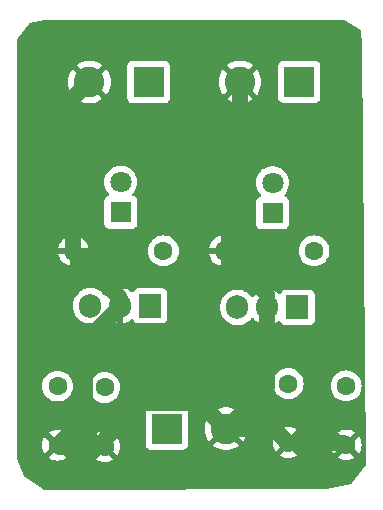
<source format=gbr>
%TF.GenerationSoftware,KiCad,Pcbnew,(7.0.0)*%
%TF.CreationDate,2023-04-15T22:01:32+02:00*%
%TF.ProjectId,incredibly_simple_voltage_regulator,696e6372-6564-4696-926c-795f73696d70,rev?*%
%TF.SameCoordinates,Original*%
%TF.FileFunction,Copper,L2,Bot*%
%TF.FilePolarity,Positive*%
%FSLAX46Y46*%
G04 Gerber Fmt 4.6, Leading zero omitted, Abs format (unit mm)*
G04 Created by KiCad (PCBNEW (7.0.0)) date 2023-04-15 22:01:32*
%MOMM*%
%LPD*%
G01*
G04 APERTURE LIST*
%TA.AperFunction,ComponentPad*%
%ADD10C,1.800000*%
%TD*%
%TA.AperFunction,ComponentPad*%
%ADD11R,1.800000X1.800000*%
%TD*%
%TA.AperFunction,ComponentPad*%
%ADD12C,1.600000*%
%TD*%
%TA.AperFunction,ComponentPad*%
%ADD13O,1.600000X1.600000*%
%TD*%
%TA.AperFunction,ComponentPad*%
%ADD14R,1.905000X2.000000*%
%TD*%
%TA.AperFunction,ComponentPad*%
%ADD15O,1.905000X2.000000*%
%TD*%
%TA.AperFunction,ComponentPad*%
%ADD16R,2.600000X2.600000*%
%TD*%
%TA.AperFunction,ComponentPad*%
%ADD17C,2.600000*%
%TD*%
%TA.AperFunction,Conductor*%
%ADD18C,1.367030*%
%TD*%
G04 APERTURE END LIST*
D10*
%TO.P,D1,2,A*%
%TO.N,/5V OUT*%
X95150000Y-41785000D03*
D11*
%TO.P,D1,1,K*%
%TO.N,Net-(D1-K)*%
X95149999Y-44324999D03*
%TD*%
D12*
%TO.P,C4,1*%
%TO.N,/9V OUT*%
X76950000Y-59000000D03*
%TO.P,C4,2*%
%TO.N,GND*%
X76950000Y-64000000D03*
%TD*%
D13*
%TO.P,R1,2*%
%TO.N,GND*%
X91039999Y-47544999D03*
D12*
%TO.P,R1,1*%
%TO.N,Net-(D1-K)*%
X98660000Y-47545000D03*
%TD*%
D14*
%TO.P,U2,1,VI*%
%TO.N,+12V*%
X84799999Y-52199999D03*
D15*
%TO.P,U2,2,GND*%
%TO.N,GND*%
X82259999Y-52199999D03*
%TO.P,U2,3,VO*%
%TO.N,/9V OUT*%
X79719999Y-52199999D03*
%TD*%
D11*
%TO.P,D2,1,K*%
%TO.N,Net-(D2-K)*%
X82299999Y-44274999D03*
D10*
%TO.P,D2,2,A*%
%TO.N,/9V OUT*%
X82300000Y-41735000D03*
%TD*%
D12*
%TO.P,C3,1*%
%TO.N,+12V*%
X80940000Y-59120000D03*
%TO.P,C3,2*%
%TO.N,GND*%
X80940000Y-64120000D03*
%TD*%
D16*
%TO.P,J2,1,Pin_1*%
%TO.N,/9V OUT*%
X84649999Y-33249999D03*
D17*
%TO.P,J2,2,Pin_2*%
%TO.N,GND*%
X79650000Y-33250000D03*
%TD*%
D12*
%TO.P,C2,2*%
%TO.N,GND*%
X96480000Y-63785000D03*
%TO.P,C2,1*%
%TO.N,/5V OUT*%
X96480000Y-58785000D03*
%TD*%
D16*
%TO.P,J1,1,Pin_1*%
%TO.N,/5V OUT*%
X97399999Y-33244999D03*
D17*
%TO.P,J1,2,Pin_2*%
%TO.N,GND*%
X92400000Y-33245000D03*
%TD*%
D15*
%TO.P,U1,3,VO*%
%TO.N,/5V OUT*%
X92179999Y-52344999D03*
%TO.P,U1,2,GND*%
%TO.N,GND*%
X94719999Y-52344999D03*
D14*
%TO.P,U1,1,VI*%
%TO.N,+12V*%
X97259999Y-52344999D03*
%TD*%
D17*
%TO.P,J3,2,Pin_2*%
%TO.N,GND*%
X91200000Y-62600000D03*
D16*
%TO.P,J3,1,Pin_1*%
%TO.N,+12V*%
X86199999Y-62599999D03*
%TD*%
D12*
%TO.P,C1,2*%
%TO.N,GND*%
X101380000Y-63985000D03*
%TO.P,C1,1*%
%TO.N,+12V*%
X101380000Y-58985000D03*
%TD*%
%TO.P,R2,1*%
%TO.N,Net-(D2-K)*%
X85910000Y-47550000D03*
D13*
%TO.P,R2,2*%
%TO.N,GND*%
X78289999Y-47549999D03*
%TD*%
D18*
%TO.N,GND*%
X78290000Y-34610000D02*
X79650000Y-33250000D01*
X78290000Y-47550000D02*
X78290000Y-34610000D01*
X82260000Y-51520000D02*
X78290000Y-47550000D01*
X82260000Y-52200000D02*
X82260000Y-51520000D01*
X79256485Y-55307532D02*
X82260000Y-52304017D01*
X79256485Y-61693515D02*
X79256485Y-55307532D01*
X82260000Y-52304017D02*
X82260000Y-52200000D01*
X76950000Y-64000000D02*
X79256485Y-61693515D01*
X77070000Y-64120000D02*
X76950000Y-64000000D01*
X80940000Y-64120000D02*
X77070000Y-64120000D01*
X80940000Y-63492970D02*
X80940000Y-64120000D01*
X84016485Y-60416485D02*
X80940000Y-63492970D01*
X89016485Y-60416485D02*
X84016485Y-60416485D01*
X91200000Y-62600000D02*
X89016485Y-60416485D01*
X101180000Y-63785000D02*
X101380000Y-63985000D01*
X96480000Y-63785000D02*
X101180000Y-63785000D01*
X95295000Y-62600000D02*
X96480000Y-63785000D01*
X91200000Y-62600000D02*
X95295000Y-62600000D01*
X94720000Y-59080000D02*
X91200000Y-62600000D01*
X94720000Y-52345000D02*
X94720000Y-59080000D01*
X91040000Y-47545000D02*
X94720000Y-51225000D01*
X94720000Y-51225000D02*
X94720000Y-52345000D01*
X92400000Y-46185000D02*
X91040000Y-47545000D01*
X92400000Y-33245000D02*
X92400000Y-46185000D01*
%TD*%
%TA.AperFunction,Conductor*%
%TO.N,GND*%
G36*
X101166273Y-28019960D02*
G01*
X101229060Y-28037117D01*
X102603928Y-28846971D01*
X102646369Y-28888453D01*
X102664673Y-28944907D01*
X102749833Y-30127687D01*
X102750147Y-30135405D01*
X103089589Y-65587143D01*
X103083174Y-65627714D01*
X103063858Y-65663963D01*
X101848356Y-67243158D01*
X101815550Y-67272841D01*
X101774411Y-67289117D01*
X99681857Y-67707628D01*
X99657902Y-67710035D01*
X75789857Y-67779883D01*
X75751895Y-67774046D01*
X75717540Y-67756872D01*
X74178768Y-66660497D01*
X74136352Y-66607421D01*
X73539644Y-65183021D01*
X73530014Y-65135039D01*
X73530046Y-65078703D01*
X76228217Y-65078703D01*
X76235650Y-65086814D01*
X76293077Y-65127025D01*
X76302427Y-65132423D01*
X76498768Y-65223979D01*
X76508902Y-65227667D01*
X76718162Y-65283739D01*
X76728793Y-65285613D01*
X76944605Y-65304494D01*
X76955395Y-65304494D01*
X77171206Y-65285613D01*
X77181837Y-65283739D01*
X77391097Y-65227667D01*
X77401231Y-65223979D01*
X77455435Y-65198703D01*
X80218217Y-65198703D01*
X80225650Y-65206814D01*
X80283077Y-65247025D01*
X80292427Y-65252423D01*
X80488768Y-65343979D01*
X80498902Y-65347667D01*
X80708162Y-65403739D01*
X80718793Y-65405613D01*
X80934605Y-65424494D01*
X80945395Y-65424494D01*
X81161206Y-65405613D01*
X81171837Y-65403739D01*
X81381097Y-65347667D01*
X81391231Y-65343979D01*
X81587575Y-65252422D01*
X81596920Y-65247026D01*
X81654348Y-65206814D01*
X81661780Y-65198703D01*
X81655867Y-65189421D01*
X81330149Y-64863703D01*
X95758217Y-64863703D01*
X95765650Y-64871814D01*
X95823077Y-64912025D01*
X95832427Y-64917423D01*
X96028768Y-65008979D01*
X96038902Y-65012667D01*
X96248162Y-65068739D01*
X96258793Y-65070613D01*
X96474605Y-65089494D01*
X96485395Y-65089494D01*
X96701206Y-65070613D01*
X96711837Y-65068739D01*
X96730631Y-65063703D01*
X100658217Y-65063703D01*
X100665650Y-65071814D01*
X100723077Y-65112025D01*
X100732427Y-65117423D01*
X100928768Y-65208979D01*
X100938902Y-65212667D01*
X101148162Y-65268739D01*
X101158793Y-65270613D01*
X101374605Y-65289494D01*
X101385395Y-65289494D01*
X101601206Y-65270613D01*
X101611837Y-65268739D01*
X101821097Y-65212667D01*
X101831231Y-65208979D01*
X102027575Y-65117422D01*
X102036920Y-65112026D01*
X102094348Y-65071814D01*
X102101780Y-65063703D01*
X102095867Y-65054421D01*
X101391542Y-64350095D01*
X101380000Y-64343431D01*
X101368457Y-64350095D01*
X100664128Y-65054424D01*
X100658217Y-65063703D01*
X96730631Y-65063703D01*
X96921097Y-65012667D01*
X96931231Y-65008979D01*
X97127575Y-64917422D01*
X97136920Y-64912026D01*
X97194348Y-64871814D01*
X97201780Y-64863703D01*
X97195867Y-64854421D01*
X96491542Y-64150095D01*
X96480000Y-64143431D01*
X96468457Y-64150095D01*
X95764128Y-64854424D01*
X95758217Y-64863703D01*
X81330149Y-64863703D01*
X80951542Y-64485095D01*
X80940000Y-64478431D01*
X80928457Y-64485095D01*
X80224128Y-65189424D01*
X80218217Y-65198703D01*
X77455435Y-65198703D01*
X77597575Y-65132422D01*
X77606920Y-65127026D01*
X77664348Y-65086814D01*
X77671780Y-65078703D01*
X77665867Y-65069421D01*
X76961542Y-64365095D01*
X76950000Y-64358431D01*
X76938457Y-64365095D01*
X76234128Y-65069424D01*
X76228217Y-65078703D01*
X73530046Y-65078703D01*
X73530162Y-64871814D01*
X73530649Y-64005395D01*
X75645506Y-64005395D01*
X75664386Y-64221206D01*
X75666260Y-64231837D01*
X75722332Y-64441097D01*
X75726020Y-64451231D01*
X75817576Y-64647572D01*
X75822974Y-64656922D01*
X75863184Y-64714348D01*
X75871295Y-64721781D01*
X75880574Y-64715870D01*
X76584903Y-64011542D01*
X76591566Y-64000000D01*
X77308431Y-64000000D01*
X77315095Y-64011542D01*
X78019421Y-64715867D01*
X78028703Y-64721780D01*
X78036814Y-64714348D01*
X78077026Y-64656920D01*
X78082422Y-64647575D01*
X78173979Y-64451231D01*
X78177667Y-64441097D01*
X78233739Y-64231837D01*
X78235613Y-64221206D01*
X78243995Y-64125395D01*
X79635506Y-64125395D01*
X79654386Y-64341206D01*
X79656260Y-64351837D01*
X79712332Y-64561097D01*
X79716020Y-64571231D01*
X79807576Y-64767572D01*
X79812974Y-64776922D01*
X79853184Y-64834348D01*
X79861295Y-64841781D01*
X79870574Y-64835870D01*
X80574903Y-64131542D01*
X80581567Y-64120000D01*
X81298431Y-64120000D01*
X81305095Y-64131542D01*
X82009421Y-64835867D01*
X82018703Y-64841780D01*
X82026814Y-64834348D01*
X82067026Y-64776920D01*
X82072422Y-64767575D01*
X82163979Y-64571231D01*
X82167667Y-64561097D01*
X82223739Y-64351837D01*
X82225613Y-64341206D01*
X82244494Y-64125395D01*
X82244494Y-64114605D01*
X82229619Y-63944578D01*
X84399500Y-63944578D01*
X84399501Y-63947872D01*
X84399853Y-63951150D01*
X84399854Y-63951161D01*
X84405079Y-63999768D01*
X84405080Y-63999773D01*
X84405909Y-64007483D01*
X84408619Y-64014749D01*
X84408620Y-64014753D01*
X84420427Y-64046408D01*
X84456204Y-64142331D01*
X84461518Y-64149430D01*
X84461519Y-64149431D01*
X84526497Y-64236231D01*
X84542454Y-64257546D01*
X84657669Y-64343796D01*
X84792517Y-64394091D01*
X84852127Y-64400500D01*
X87547872Y-64400499D01*
X87607483Y-64394091D01*
X87742331Y-64343796D01*
X87857546Y-64257546D01*
X87943796Y-64142331D01*
X87982578Y-64038350D01*
X90118604Y-64038350D01*
X90126150Y-64046408D01*
X90293641Y-64160601D01*
X90301662Y-64165232D01*
X90536362Y-64278258D01*
X90544973Y-64281638D01*
X90793908Y-64358424D01*
X90802924Y-64360482D01*
X91060523Y-64399308D01*
X91069746Y-64400000D01*
X91330254Y-64400000D01*
X91339476Y-64399308D01*
X91597075Y-64360482D01*
X91606091Y-64358424D01*
X91855027Y-64281637D01*
X91863637Y-64278258D01*
X92098340Y-64165231D01*
X92106359Y-64160601D01*
X92273846Y-64046409D01*
X92281394Y-64038350D01*
X92275477Y-64029030D01*
X92036842Y-63790395D01*
X95175506Y-63790395D01*
X95194386Y-64006206D01*
X95196260Y-64016837D01*
X95252332Y-64226097D01*
X95256020Y-64236231D01*
X95347576Y-64432572D01*
X95352974Y-64441922D01*
X95393184Y-64499348D01*
X95401295Y-64506781D01*
X95410574Y-64500870D01*
X96114903Y-63796542D01*
X96121566Y-63785000D01*
X96838431Y-63785000D01*
X96845095Y-63796542D01*
X97549421Y-64500867D01*
X97558703Y-64506780D01*
X97566814Y-64499348D01*
X97607026Y-64441920D01*
X97612422Y-64432575D01*
X97703979Y-64236231D01*
X97707667Y-64226097D01*
X97763739Y-64016837D01*
X97765613Y-64006206D01*
X97766996Y-63990395D01*
X100075506Y-63990395D01*
X100094386Y-64206206D01*
X100096260Y-64216837D01*
X100152332Y-64426097D01*
X100156020Y-64436231D01*
X100247576Y-64632572D01*
X100252974Y-64641922D01*
X100293184Y-64699348D01*
X100301295Y-64706781D01*
X100310574Y-64700870D01*
X101014903Y-63996542D01*
X101021567Y-63985000D01*
X101021566Y-63984999D01*
X101738431Y-63984999D01*
X101745095Y-63996541D01*
X102449421Y-64700867D01*
X102458703Y-64706780D01*
X102466814Y-64699348D01*
X102507026Y-64641920D01*
X102512422Y-64632575D01*
X102603979Y-64436231D01*
X102607667Y-64426097D01*
X102663739Y-64216837D01*
X102665613Y-64206206D01*
X102684494Y-63990395D01*
X102684494Y-63979605D01*
X102665613Y-63763793D01*
X102663739Y-63753162D01*
X102607667Y-63543902D01*
X102603979Y-63533768D01*
X102512423Y-63337427D01*
X102507025Y-63328077D01*
X102466814Y-63270650D01*
X102458703Y-63263217D01*
X102449424Y-63269128D01*
X101745095Y-63973456D01*
X101738431Y-63984999D01*
X101021566Y-63984999D01*
X101014903Y-63973457D01*
X100310574Y-63269128D01*
X100301296Y-63263217D01*
X100293183Y-63270651D01*
X100252971Y-63328081D01*
X100247577Y-63337425D01*
X100156020Y-63533768D01*
X100152332Y-63543902D01*
X100096260Y-63753162D01*
X100094386Y-63763793D01*
X100075506Y-63979605D01*
X100075506Y-63990395D01*
X97766996Y-63990395D01*
X97784494Y-63790395D01*
X97784494Y-63779605D01*
X97765613Y-63563793D01*
X97763739Y-63553162D01*
X97707667Y-63343902D01*
X97703979Y-63333768D01*
X97612423Y-63137427D01*
X97607025Y-63128077D01*
X97566814Y-63070650D01*
X97558703Y-63063217D01*
X97549424Y-63069128D01*
X96845095Y-63773457D01*
X96838431Y-63785000D01*
X96121566Y-63785000D01*
X96121567Y-63784999D01*
X96114903Y-63773457D01*
X95410574Y-63069128D01*
X95401296Y-63063217D01*
X95393183Y-63070651D01*
X95352971Y-63128081D01*
X95347577Y-63137425D01*
X95256020Y-63333768D01*
X95252332Y-63343902D01*
X95196260Y-63553162D01*
X95194386Y-63563793D01*
X95175506Y-63779605D01*
X95175506Y-63790395D01*
X92036842Y-63790395D01*
X91211542Y-62965095D01*
X91200000Y-62958431D01*
X91188457Y-62965095D01*
X90124521Y-64029030D01*
X90118604Y-64038350D01*
X87982578Y-64038350D01*
X87994091Y-64007483D01*
X88000500Y-63947873D01*
X88000500Y-62604630D01*
X89395300Y-62604630D01*
X89414767Y-62864399D01*
X89416146Y-62873552D01*
X89474111Y-63127515D01*
X89476844Y-63136375D01*
X89572011Y-63378856D01*
X89576030Y-63387202D01*
X89706278Y-63612798D01*
X89711496Y-63620450D01*
X89751379Y-63670462D01*
X89762615Y-63678435D01*
X89774674Y-63671771D01*
X90834904Y-62611542D01*
X90841568Y-62599999D01*
X91558431Y-62599999D01*
X91565095Y-62611542D01*
X92625325Y-63671772D01*
X92637382Y-63678436D01*
X92648619Y-63670463D01*
X92688507Y-63620445D01*
X92693719Y-63612800D01*
X92823969Y-63387202D01*
X92827988Y-63378856D01*
X92923155Y-63136375D01*
X92925888Y-63127515D01*
X92983853Y-62873552D01*
X92985232Y-62864399D01*
X92997081Y-62706296D01*
X95758217Y-62706296D01*
X95764128Y-62715574D01*
X96468457Y-63419903D01*
X96480000Y-63426567D01*
X96491542Y-63419903D01*
X97005148Y-62906296D01*
X100658217Y-62906296D01*
X100664128Y-62915574D01*
X101368457Y-63619903D01*
X101380000Y-63626567D01*
X101391542Y-63619903D01*
X102095870Y-62915574D01*
X102101781Y-62906295D01*
X102094348Y-62898184D01*
X102036922Y-62857974D01*
X102027572Y-62852576D01*
X101831231Y-62761020D01*
X101821097Y-62757332D01*
X101611837Y-62701260D01*
X101601206Y-62699386D01*
X101385395Y-62680506D01*
X101374605Y-62680506D01*
X101158793Y-62699386D01*
X101148162Y-62701260D01*
X100938902Y-62757332D01*
X100928768Y-62761020D01*
X100732425Y-62852577D01*
X100723081Y-62857971D01*
X100665651Y-62898183D01*
X100658217Y-62906296D01*
X97005148Y-62906296D01*
X97195870Y-62715574D01*
X97201781Y-62706295D01*
X97194348Y-62698184D01*
X97136922Y-62657974D01*
X97127572Y-62652576D01*
X96931231Y-62561020D01*
X96921097Y-62557332D01*
X96711837Y-62501260D01*
X96701206Y-62499386D01*
X96485395Y-62480506D01*
X96474605Y-62480506D01*
X96258793Y-62499386D01*
X96248162Y-62501260D01*
X96038902Y-62557332D01*
X96028768Y-62561020D01*
X95832425Y-62652577D01*
X95823081Y-62657971D01*
X95765651Y-62698183D01*
X95758217Y-62706296D01*
X92997081Y-62706296D01*
X93004700Y-62604630D01*
X93004700Y-62595370D01*
X92985232Y-62335600D01*
X92983853Y-62326447D01*
X92925888Y-62072484D01*
X92923155Y-62063624D01*
X92827988Y-61821143D01*
X92823969Y-61812797D01*
X92693721Y-61587201D01*
X92688503Y-61579549D01*
X92648619Y-61529536D01*
X92637382Y-61521562D01*
X92625325Y-61528226D01*
X91565095Y-62588457D01*
X91558431Y-62599999D01*
X90841568Y-62599999D01*
X90834904Y-62588457D01*
X89774674Y-61528227D01*
X89762615Y-61521562D01*
X89751380Y-61529534D01*
X89711488Y-61579558D01*
X89706282Y-61587195D01*
X89576030Y-61812797D01*
X89572011Y-61821143D01*
X89476844Y-62063624D01*
X89474111Y-62072484D01*
X89416146Y-62326447D01*
X89414767Y-62335600D01*
X89395300Y-62595370D01*
X89395300Y-62604630D01*
X88000500Y-62604630D01*
X88000499Y-61252128D01*
X87994091Y-61192517D01*
X87982578Y-61161648D01*
X90118603Y-61161648D01*
X90124519Y-61170966D01*
X91188457Y-62234904D01*
X91200000Y-62241568D01*
X91211542Y-62234904D01*
X92275477Y-61170968D01*
X92281394Y-61161648D01*
X92273846Y-61153589D01*
X92106360Y-61039398D01*
X92098340Y-61034768D01*
X91863637Y-60921741D01*
X91855027Y-60918362D01*
X91606091Y-60841575D01*
X91597075Y-60839517D01*
X91339476Y-60800691D01*
X91330254Y-60800000D01*
X91069746Y-60800000D01*
X91060523Y-60800691D01*
X90802924Y-60839517D01*
X90793908Y-60841575D01*
X90544973Y-60918361D01*
X90536362Y-60921741D01*
X90301660Y-61034768D01*
X90293639Y-61039399D01*
X90126151Y-61153590D01*
X90118603Y-61161648D01*
X87982578Y-61161648D01*
X87943796Y-61057669D01*
X87857546Y-60942454D01*
X87742331Y-60856204D01*
X87607483Y-60805909D01*
X87599770Y-60805079D01*
X87599767Y-60805079D01*
X87551180Y-60799855D01*
X87551169Y-60799854D01*
X87547873Y-60799500D01*
X87544550Y-60799500D01*
X84855439Y-60799500D01*
X84855420Y-60799500D01*
X84852128Y-60799501D01*
X84848850Y-60799853D01*
X84848838Y-60799854D01*
X84800231Y-60805079D01*
X84800225Y-60805080D01*
X84792517Y-60805909D01*
X84785252Y-60808618D01*
X84785246Y-60808620D01*
X84665980Y-60853104D01*
X84665978Y-60853104D01*
X84657669Y-60856204D01*
X84650572Y-60861516D01*
X84650568Y-60861519D01*
X84549550Y-60937141D01*
X84549546Y-60937144D01*
X84542454Y-60942454D01*
X84537144Y-60949546D01*
X84537141Y-60949550D01*
X84461519Y-61050568D01*
X84461516Y-61050572D01*
X84456204Y-61057669D01*
X84453104Y-61065978D01*
X84453104Y-61065980D01*
X84408620Y-61185247D01*
X84408619Y-61185250D01*
X84405909Y-61192517D01*
X84405079Y-61200227D01*
X84405079Y-61200232D01*
X84399855Y-61248819D01*
X84399854Y-61248831D01*
X84399500Y-61252127D01*
X84399500Y-61255448D01*
X84399500Y-61255449D01*
X84399500Y-63944560D01*
X84399500Y-63944578D01*
X82229619Y-63944578D01*
X82225613Y-63898793D01*
X82223739Y-63888162D01*
X82167667Y-63678902D01*
X82163979Y-63668768D01*
X82072423Y-63472427D01*
X82067025Y-63463077D01*
X82026814Y-63405650D01*
X82018703Y-63398217D01*
X82009424Y-63404128D01*
X81305095Y-64108457D01*
X81298431Y-64120000D01*
X80581567Y-64120000D01*
X80574903Y-64108457D01*
X79870574Y-63404128D01*
X79861296Y-63398217D01*
X79853183Y-63405651D01*
X79812971Y-63463081D01*
X79807577Y-63472425D01*
X79716020Y-63668768D01*
X79712332Y-63678902D01*
X79656260Y-63888162D01*
X79654386Y-63898793D01*
X79635506Y-64114605D01*
X79635506Y-64125395D01*
X78243995Y-64125395D01*
X78254494Y-64005395D01*
X78254494Y-63994605D01*
X78235613Y-63778793D01*
X78233739Y-63768162D01*
X78177667Y-63558902D01*
X78173979Y-63548768D01*
X78082423Y-63352427D01*
X78077025Y-63343077D01*
X78036814Y-63285650D01*
X78028703Y-63278217D01*
X78019424Y-63284128D01*
X77315095Y-63988457D01*
X77308431Y-64000000D01*
X76591566Y-64000000D01*
X76591567Y-63999999D01*
X76584903Y-63988457D01*
X75880574Y-63284128D01*
X75871296Y-63278217D01*
X75863183Y-63285651D01*
X75822971Y-63343081D01*
X75817577Y-63352425D01*
X75726020Y-63548768D01*
X75722332Y-63558902D01*
X75666260Y-63768162D01*
X75664386Y-63778793D01*
X75645506Y-63994605D01*
X75645506Y-64005395D01*
X73530649Y-64005395D01*
X73531258Y-62921296D01*
X76228217Y-62921296D01*
X76234128Y-62930574D01*
X76938457Y-63634903D01*
X76950000Y-63641567D01*
X76961542Y-63634903D01*
X77555148Y-63041296D01*
X80218217Y-63041296D01*
X80224128Y-63050574D01*
X80928457Y-63754903D01*
X80939999Y-63761567D01*
X80951542Y-63754903D01*
X81655870Y-63050574D01*
X81661781Y-63041295D01*
X81654348Y-63033184D01*
X81596922Y-62992974D01*
X81587572Y-62987576D01*
X81391231Y-62896020D01*
X81381097Y-62892332D01*
X81171837Y-62836260D01*
X81161206Y-62834386D01*
X80945395Y-62815506D01*
X80934605Y-62815506D01*
X80718793Y-62834386D01*
X80708162Y-62836260D01*
X80498902Y-62892332D01*
X80488768Y-62896020D01*
X80292425Y-62987577D01*
X80283081Y-62992971D01*
X80225651Y-63033183D01*
X80218217Y-63041296D01*
X77555148Y-63041296D01*
X77665870Y-62930574D01*
X77671781Y-62921295D01*
X77664348Y-62913184D01*
X77606922Y-62872974D01*
X77597572Y-62867576D01*
X77401231Y-62776020D01*
X77391097Y-62772332D01*
X77181837Y-62716260D01*
X77171206Y-62714386D01*
X76955395Y-62695506D01*
X76944605Y-62695506D01*
X76728793Y-62714386D01*
X76718162Y-62716260D01*
X76508902Y-62772332D01*
X76498768Y-62776020D01*
X76302425Y-62867577D01*
X76293081Y-62872971D01*
X76235651Y-62913183D01*
X76228217Y-62921296D01*
X73531258Y-62921296D01*
X73533462Y-59000000D01*
X75644532Y-59000000D01*
X75645004Y-59005395D01*
X75663509Y-59216916D01*
X75664365Y-59226692D01*
X75665762Y-59231907D01*
X75665764Y-59231916D01*
X75721858Y-59441263D01*
X75721861Y-59441271D01*
X75723261Y-59446496D01*
X75819432Y-59652734D01*
X75949953Y-59839139D01*
X76110861Y-60000047D01*
X76297266Y-60130568D01*
X76503504Y-60226739D01*
X76723308Y-60285635D01*
X76950000Y-60305468D01*
X77176692Y-60285635D01*
X77396496Y-60226739D01*
X77602734Y-60130568D01*
X77789139Y-60000047D01*
X77950047Y-59839139D01*
X78080568Y-59652734D01*
X78176739Y-59446496D01*
X78235635Y-59226692D01*
X78244969Y-59120000D01*
X79634532Y-59120000D01*
X79635004Y-59125395D01*
X79644286Y-59231496D01*
X79654365Y-59346692D01*
X79655762Y-59351907D01*
X79655764Y-59351916D01*
X79711858Y-59561263D01*
X79711861Y-59561271D01*
X79713261Y-59566496D01*
X79715549Y-59571403D01*
X79715550Y-59571405D01*
X79741926Y-59627968D01*
X79809432Y-59772734D01*
X79812539Y-59777171D01*
X79812540Y-59777173D01*
X79820228Y-59788152D01*
X79939953Y-59959139D01*
X80100861Y-60120047D01*
X80287266Y-60250568D01*
X80493504Y-60346739D01*
X80713308Y-60405635D01*
X80940000Y-60425468D01*
X81166692Y-60405635D01*
X81386496Y-60346739D01*
X81592734Y-60250568D01*
X81779139Y-60120047D01*
X81940047Y-59959139D01*
X82070568Y-59772734D01*
X82166739Y-59566496D01*
X82225635Y-59346692D01*
X82245468Y-59120000D01*
X82225635Y-58893308D01*
X82196614Y-58785000D01*
X95174532Y-58785000D01*
X95175004Y-58790395D01*
X95192501Y-58990395D01*
X95194365Y-59011692D01*
X95195762Y-59016907D01*
X95195764Y-59016916D01*
X95251858Y-59226263D01*
X95251861Y-59226271D01*
X95253261Y-59231496D01*
X95349432Y-59437734D01*
X95479953Y-59624139D01*
X95640861Y-59785047D01*
X95827266Y-59915568D01*
X96033504Y-60011739D01*
X96253308Y-60070635D01*
X96480000Y-60090468D01*
X96706692Y-60070635D01*
X96926496Y-60011739D01*
X97132734Y-59915568D01*
X97319139Y-59785047D01*
X97480047Y-59624139D01*
X97610568Y-59437734D01*
X97706739Y-59231496D01*
X97765635Y-59011692D01*
X97767970Y-58985000D01*
X100074532Y-58985000D01*
X100094365Y-59211692D01*
X100095762Y-59216907D01*
X100095764Y-59216916D01*
X100151858Y-59426263D01*
X100151861Y-59426271D01*
X100153261Y-59431496D01*
X100249432Y-59637734D01*
X100379953Y-59824139D01*
X100540861Y-59985047D01*
X100727266Y-60115568D01*
X100933504Y-60211739D01*
X100938734Y-60213140D01*
X100938736Y-60213141D01*
X101086959Y-60252857D01*
X101153308Y-60270635D01*
X101380000Y-60290468D01*
X101606692Y-60270635D01*
X101826496Y-60211739D01*
X102032734Y-60115568D01*
X102219139Y-59985047D01*
X102380047Y-59824139D01*
X102510568Y-59637734D01*
X102606739Y-59431496D01*
X102665635Y-59211692D01*
X102685468Y-58985000D01*
X102665635Y-58758308D01*
X102612160Y-58558736D01*
X102608141Y-58543736D01*
X102608140Y-58543734D01*
X102606739Y-58538504D01*
X102510568Y-58332266D01*
X102380047Y-58145861D01*
X102219139Y-57984953D01*
X102088188Y-57893261D01*
X102037173Y-57857540D01*
X102037171Y-57857539D01*
X102032734Y-57854432D01*
X101863572Y-57775550D01*
X101831405Y-57760550D01*
X101831403Y-57760549D01*
X101826496Y-57758261D01*
X101821271Y-57756861D01*
X101821263Y-57756858D01*
X101611916Y-57700764D01*
X101611907Y-57700762D01*
X101606692Y-57699365D01*
X101601304Y-57698893D01*
X101601301Y-57698893D01*
X101385395Y-57680004D01*
X101380000Y-57679532D01*
X101374605Y-57680004D01*
X101158698Y-57698893D01*
X101158693Y-57698893D01*
X101153308Y-57699365D01*
X101148094Y-57700762D01*
X101148083Y-57700764D01*
X100938736Y-57756858D01*
X100938724Y-57756862D01*
X100933504Y-57758261D01*
X100928599Y-57760547D01*
X100928594Y-57760550D01*
X100732176Y-57852142D01*
X100732172Y-57852144D01*
X100727266Y-57854432D01*
X100722833Y-57857535D01*
X100722826Y-57857540D01*
X100545296Y-57981847D01*
X100545291Y-57981850D01*
X100540861Y-57984953D01*
X100537037Y-57988776D01*
X100537031Y-57988782D01*
X100383782Y-58142031D01*
X100383776Y-58142037D01*
X100379953Y-58145861D01*
X100376850Y-58150291D01*
X100376847Y-58150296D01*
X100252540Y-58327826D01*
X100252535Y-58327833D01*
X100249432Y-58332266D01*
X100247144Y-58337172D01*
X100247142Y-58337176D01*
X100155550Y-58533594D01*
X100155547Y-58533599D01*
X100153261Y-58538504D01*
X100151862Y-58543724D01*
X100151858Y-58543736D01*
X100095764Y-58753083D01*
X100095762Y-58753094D01*
X100094365Y-58758308D01*
X100093893Y-58763693D01*
X100093893Y-58763698D01*
X100083011Y-58888083D01*
X100074532Y-58985000D01*
X97767970Y-58985000D01*
X97785468Y-58785000D01*
X97765635Y-58558308D01*
X97742556Y-58472176D01*
X97708141Y-58343736D01*
X97708140Y-58343734D01*
X97706739Y-58338504D01*
X97610568Y-58132266D01*
X97480047Y-57945861D01*
X97319139Y-57784953D01*
X97196906Y-57699365D01*
X97137173Y-57657540D01*
X97137171Y-57657539D01*
X97132734Y-57654432D01*
X96926496Y-57558261D01*
X96921271Y-57556861D01*
X96921263Y-57556858D01*
X96711916Y-57500764D01*
X96711907Y-57500762D01*
X96706692Y-57499365D01*
X96701304Y-57498893D01*
X96701301Y-57498893D01*
X96485395Y-57480004D01*
X96480000Y-57479532D01*
X96474605Y-57480004D01*
X96258698Y-57498893D01*
X96258693Y-57498893D01*
X96253308Y-57499365D01*
X96248094Y-57500762D01*
X96248083Y-57500764D01*
X96038736Y-57556858D01*
X96038724Y-57556862D01*
X96033504Y-57558261D01*
X96028599Y-57560547D01*
X96028594Y-57560550D01*
X95832176Y-57652142D01*
X95832172Y-57652144D01*
X95827266Y-57654432D01*
X95822833Y-57657535D01*
X95822826Y-57657540D01*
X95645296Y-57781847D01*
X95645291Y-57781850D01*
X95640861Y-57784953D01*
X95637037Y-57788776D01*
X95637031Y-57788782D01*
X95483782Y-57942031D01*
X95483776Y-57942037D01*
X95479953Y-57945861D01*
X95476850Y-57950291D01*
X95476847Y-57950296D01*
X95352540Y-58127826D01*
X95352535Y-58127833D01*
X95349432Y-58132266D01*
X95347144Y-58137172D01*
X95347142Y-58137176D01*
X95255550Y-58333594D01*
X95255547Y-58333599D01*
X95253261Y-58338504D01*
X95251862Y-58343724D01*
X95251858Y-58343736D01*
X95195764Y-58553083D01*
X95195762Y-58553094D01*
X95194365Y-58558308D01*
X95193893Y-58563693D01*
X95193893Y-58563698D01*
X95183829Y-58678736D01*
X95174532Y-58785000D01*
X82196614Y-58785000D01*
X82166739Y-58673504D01*
X82070568Y-58467266D01*
X81940047Y-58280861D01*
X81779139Y-58119953D01*
X81592734Y-57989432D01*
X81386496Y-57893261D01*
X81381271Y-57891861D01*
X81381263Y-57891858D01*
X81171916Y-57835764D01*
X81171907Y-57835762D01*
X81166692Y-57834365D01*
X81161304Y-57833893D01*
X81161301Y-57833893D01*
X80945395Y-57815004D01*
X80940000Y-57814532D01*
X80934605Y-57815004D01*
X80718698Y-57833893D01*
X80718693Y-57833893D01*
X80713308Y-57834365D01*
X80708094Y-57835762D01*
X80708083Y-57835764D01*
X80498736Y-57891858D01*
X80498724Y-57891862D01*
X80493504Y-57893261D01*
X80488599Y-57895547D01*
X80488594Y-57895550D01*
X80292176Y-57987142D01*
X80292172Y-57987144D01*
X80287266Y-57989432D01*
X80282833Y-57992535D01*
X80282826Y-57992540D01*
X80105296Y-58116847D01*
X80105291Y-58116850D01*
X80100861Y-58119953D01*
X80097037Y-58123776D01*
X80097031Y-58123782D01*
X79943782Y-58277031D01*
X79943776Y-58277037D01*
X79939953Y-58280861D01*
X79936850Y-58285291D01*
X79936847Y-58285296D01*
X79812540Y-58462826D01*
X79812535Y-58462833D01*
X79809432Y-58467266D01*
X79807144Y-58472172D01*
X79807142Y-58472176D01*
X79715550Y-58668594D01*
X79715547Y-58668599D01*
X79713261Y-58673504D01*
X79711862Y-58678724D01*
X79711858Y-58678736D01*
X79655764Y-58888083D01*
X79655762Y-58888094D01*
X79654365Y-58893308D01*
X79653893Y-58898693D01*
X79653893Y-58898698D01*
X79635004Y-59114605D01*
X79634532Y-59120000D01*
X78244969Y-59120000D01*
X78255468Y-59000000D01*
X78235635Y-58773308D01*
X78207577Y-58668594D01*
X78178141Y-58558736D01*
X78178140Y-58558734D01*
X78176739Y-58553504D01*
X78080568Y-58347266D01*
X77950047Y-58160861D01*
X77789139Y-57999953D01*
X77602734Y-57869432D01*
X77429781Y-57788782D01*
X77401405Y-57775550D01*
X77401403Y-57775549D01*
X77396496Y-57773261D01*
X77391271Y-57771861D01*
X77391263Y-57771858D01*
X77181916Y-57715764D01*
X77181907Y-57715762D01*
X77176692Y-57714365D01*
X77171304Y-57713893D01*
X77171301Y-57713893D01*
X76955395Y-57695004D01*
X76950000Y-57694532D01*
X76944605Y-57695004D01*
X76728698Y-57713893D01*
X76728693Y-57713893D01*
X76723308Y-57714365D01*
X76718094Y-57715762D01*
X76718083Y-57715764D01*
X76508736Y-57771858D01*
X76508724Y-57771862D01*
X76503504Y-57773261D01*
X76498599Y-57775547D01*
X76498594Y-57775550D01*
X76302176Y-57867142D01*
X76302172Y-57867144D01*
X76297266Y-57869432D01*
X76292833Y-57872535D01*
X76292826Y-57872540D01*
X76115296Y-57996847D01*
X76115291Y-57996850D01*
X76110861Y-57999953D01*
X76107037Y-58003776D01*
X76107031Y-58003782D01*
X75953782Y-58157031D01*
X75953776Y-58157037D01*
X75949953Y-58160861D01*
X75946850Y-58165291D01*
X75946847Y-58165296D01*
X75822540Y-58342826D01*
X75822535Y-58342833D01*
X75819432Y-58347266D01*
X75817144Y-58352172D01*
X75817142Y-58352176D01*
X75725550Y-58548594D01*
X75725547Y-58548599D01*
X75723261Y-58553504D01*
X75721862Y-58558724D01*
X75721858Y-58558736D01*
X75665764Y-58768083D01*
X75665762Y-58768094D01*
X75664365Y-58773308D01*
X75644532Y-59000000D01*
X73533462Y-59000000D01*
X73537223Y-52307600D01*
X78267000Y-52307600D01*
X78267211Y-52310150D01*
X78267212Y-52310166D01*
X78281480Y-52482356D01*
X78281481Y-52482364D01*
X78281905Y-52487476D01*
X78283162Y-52492443D01*
X78283164Y-52492450D01*
X78317327Y-52627356D01*
X78341017Y-52720905D01*
X78343077Y-52725601D01*
X78435685Y-52936727D01*
X78435688Y-52936732D01*
X78437745Y-52941422D01*
X78503597Y-53042216D01*
X78566647Y-53138722D01*
X78566650Y-53138726D01*
X78569449Y-53143010D01*
X78572914Y-53146774D01*
X78572918Y-53146779D01*
X78689150Y-53273040D01*
X78732537Y-53320171D01*
X78736583Y-53323320D01*
X78736584Y-53323321D01*
X78788048Y-53363377D01*
X78922561Y-53468072D01*
X79134336Y-53582679D01*
X79362087Y-53660866D01*
X79599601Y-53700500D01*
X79835266Y-53700500D01*
X79840399Y-53700500D01*
X80077913Y-53660866D01*
X80305664Y-53582679D01*
X80517439Y-53468072D01*
X80707463Y-53320171D01*
X80870551Y-53143010D01*
X80886490Y-53118614D01*
X80931279Y-53077381D01*
X80990297Y-53062435D01*
X81049315Y-53077380D01*
X81094107Y-53118614D01*
X81107039Y-53138409D01*
X81113314Y-53146471D01*
X81269408Y-53316033D01*
X81276918Y-53322946D01*
X81458787Y-53464501D01*
X81467345Y-53470093D01*
X81670031Y-53579780D01*
X81679386Y-53583883D01*
X81897357Y-53658713D01*
X81907268Y-53661224D01*
X81996679Y-53676144D01*
X82007636Y-53675577D01*
X82010000Y-53664860D01*
X82510000Y-53664860D01*
X82512363Y-53675577D01*
X82523320Y-53676144D01*
X82612731Y-53661224D01*
X82622642Y-53658713D01*
X82840613Y-53583883D01*
X82849968Y-53579780D01*
X83052654Y-53470093D01*
X83061211Y-53464502D01*
X83199746Y-53356675D01*
X83252174Y-53332821D01*
X83309724Y-53335228D01*
X83359978Y-53363377D01*
X83392091Y-53411195D01*
X83403704Y-53442331D01*
X83409018Y-53449430D01*
X83409019Y-53449431D01*
X83424799Y-53470511D01*
X83489954Y-53557546D01*
X83605169Y-53643796D01*
X83740017Y-53694091D01*
X83799627Y-53700500D01*
X85800372Y-53700499D01*
X85859983Y-53694091D01*
X85994831Y-53643796D01*
X86110046Y-53557546D01*
X86196296Y-53442331D01*
X86246591Y-53307483D01*
X86253000Y-53247873D01*
X86253000Y-52452600D01*
X90727000Y-52452600D01*
X90727211Y-52455150D01*
X90727212Y-52455166D01*
X90741480Y-52627356D01*
X90741481Y-52627364D01*
X90741905Y-52632476D01*
X90743162Y-52637443D01*
X90743164Y-52637450D01*
X90763039Y-52715934D01*
X90801017Y-52865905D01*
X90803077Y-52870601D01*
X90895685Y-53081727D01*
X90895688Y-53081732D01*
X90897745Y-53086422D01*
X90934716Y-53143010D01*
X91026647Y-53283722D01*
X91026650Y-53283726D01*
X91029449Y-53288010D01*
X91032914Y-53291774D01*
X91032918Y-53291779D01*
X91098829Y-53363377D01*
X91192537Y-53465171D01*
X91196583Y-53468320D01*
X91196584Y-53468321D01*
X91248048Y-53508377D01*
X91382561Y-53613072D01*
X91594336Y-53727679D01*
X91822087Y-53805866D01*
X92059601Y-53845500D01*
X92295266Y-53845500D01*
X92300399Y-53845500D01*
X92537913Y-53805866D01*
X92765664Y-53727679D01*
X92977439Y-53613072D01*
X93167463Y-53465171D01*
X93330551Y-53288010D01*
X93346490Y-53263614D01*
X93391279Y-53222381D01*
X93450297Y-53207435D01*
X93509315Y-53222380D01*
X93554107Y-53263614D01*
X93567039Y-53283409D01*
X93573314Y-53291471D01*
X93729408Y-53461033D01*
X93736918Y-53467946D01*
X93918787Y-53609501D01*
X93927345Y-53615093D01*
X94130031Y-53724780D01*
X94139386Y-53728883D01*
X94357357Y-53803713D01*
X94367268Y-53806224D01*
X94456679Y-53821144D01*
X94467636Y-53820577D01*
X94470000Y-53809860D01*
X94970000Y-53809860D01*
X94972363Y-53820577D01*
X94983320Y-53821144D01*
X95072731Y-53806224D01*
X95082642Y-53803713D01*
X95300613Y-53728883D01*
X95309968Y-53724780D01*
X95512654Y-53615093D01*
X95521211Y-53609502D01*
X95659746Y-53501675D01*
X95712174Y-53477821D01*
X95769724Y-53480228D01*
X95819978Y-53508377D01*
X95852091Y-53556195D01*
X95863704Y-53587331D01*
X95869018Y-53594430D01*
X95869019Y-53594431D01*
X95943624Y-53694091D01*
X95949954Y-53702546D01*
X96065169Y-53788796D01*
X96200017Y-53839091D01*
X96259627Y-53845500D01*
X98260372Y-53845499D01*
X98319983Y-53839091D01*
X98454831Y-53788796D01*
X98570046Y-53702546D01*
X98656296Y-53587331D01*
X98706591Y-53452483D01*
X98713000Y-53392873D01*
X98712999Y-51297128D01*
X98706591Y-51237517D01*
X98656296Y-51102669D01*
X98570046Y-50987454D01*
X98541360Y-50965980D01*
X98461931Y-50906519D01*
X98461930Y-50906518D01*
X98454831Y-50901204D01*
X98319983Y-50850909D01*
X98312270Y-50850079D01*
X98312267Y-50850079D01*
X98263680Y-50844855D01*
X98263669Y-50844854D01*
X98260373Y-50844500D01*
X98257050Y-50844500D01*
X96262939Y-50844500D01*
X96262920Y-50844500D01*
X96259628Y-50844501D01*
X96256350Y-50844853D01*
X96256338Y-50844854D01*
X96207731Y-50850079D01*
X96207725Y-50850080D01*
X96200017Y-50850909D01*
X96192752Y-50853618D01*
X96192746Y-50853620D01*
X96073480Y-50898104D01*
X96073478Y-50898104D01*
X96065169Y-50901204D01*
X96058072Y-50906516D01*
X96058068Y-50906519D01*
X95957050Y-50982141D01*
X95957046Y-50982144D01*
X95949954Y-50987454D01*
X95944644Y-50994546D01*
X95944641Y-50994550D01*
X95869019Y-51095568D01*
X95869016Y-51095572D01*
X95863704Y-51102669D01*
X95860606Y-51110974D01*
X95860601Y-51110984D01*
X95852090Y-51133805D01*
X95819977Y-51181622D01*
X95769724Y-51209771D01*
X95712174Y-51212178D01*
X95659746Y-51188324D01*
X95521212Y-51080498D01*
X95512654Y-51074906D01*
X95309968Y-50965219D01*
X95300613Y-50961116D01*
X95082642Y-50886286D01*
X95072731Y-50883775D01*
X94983320Y-50868855D01*
X94972363Y-50869422D01*
X94970000Y-50880140D01*
X94970000Y-53809860D01*
X94470000Y-53809860D01*
X94470000Y-50880140D01*
X94467636Y-50869422D01*
X94456679Y-50868855D01*
X94367268Y-50883775D01*
X94357357Y-50886286D01*
X94139386Y-50961116D01*
X94130031Y-50965219D01*
X93927345Y-51074906D01*
X93918787Y-51080498D01*
X93736918Y-51222053D01*
X93729408Y-51228966D01*
X93573315Y-51398527D01*
X93567041Y-51406589D01*
X93554105Y-51426389D01*
X93509313Y-51467621D01*
X93450295Y-51482565D01*
X93391278Y-51467618D01*
X93346488Y-51426384D01*
X93333359Y-51406288D01*
X93330551Y-51401990D01*
X93167463Y-51224829D01*
X93148116Y-51209771D01*
X92981485Y-51080077D01*
X92981484Y-51080076D01*
X92977439Y-51076928D01*
X92825218Y-50994550D01*
X92770168Y-50964758D01*
X92770163Y-50964756D01*
X92765664Y-50962321D01*
X92760818Y-50960657D01*
X92760815Y-50960656D01*
X92542766Y-50885800D01*
X92542765Y-50885799D01*
X92537913Y-50884134D01*
X92532863Y-50883291D01*
X92532854Y-50883289D01*
X92305461Y-50845344D01*
X92305452Y-50845343D01*
X92300399Y-50844500D01*
X92059601Y-50844500D01*
X92054548Y-50845343D01*
X92054538Y-50845344D01*
X91827145Y-50883289D01*
X91827133Y-50883291D01*
X91822087Y-50884134D01*
X91817237Y-50885798D01*
X91817233Y-50885800D01*
X91599184Y-50960656D01*
X91599176Y-50960659D01*
X91594336Y-50962321D01*
X91589840Y-50964753D01*
X91589831Y-50964758D01*
X91387069Y-51074488D01*
X91387065Y-51074490D01*
X91382561Y-51076928D01*
X91378521Y-51080072D01*
X91378514Y-51080077D01*
X91196584Y-51221678D01*
X91196576Y-51221685D01*
X91192537Y-51224829D01*
X91189067Y-51228597D01*
X91189063Y-51228602D01*
X91032918Y-51398220D01*
X91032909Y-51398230D01*
X91029449Y-51401990D01*
X91026654Y-51406267D01*
X91026647Y-51406277D01*
X90900547Y-51599289D01*
X90897745Y-51603578D01*
X90895690Y-51608262D01*
X90895685Y-51608272D01*
X90803077Y-51819398D01*
X90801017Y-51824095D01*
X90799759Y-51829060D01*
X90799758Y-51829065D01*
X90743164Y-52052549D01*
X90743162Y-52052558D01*
X90741905Y-52057524D01*
X90741481Y-52062633D01*
X90741480Y-52062643D01*
X90727212Y-52234833D01*
X90727211Y-52234850D01*
X90727000Y-52237400D01*
X90727000Y-52452600D01*
X86253000Y-52452600D01*
X86252999Y-51152128D01*
X86246591Y-51092517D01*
X86196296Y-50957669D01*
X86110046Y-50842454D01*
X85994831Y-50756204D01*
X85859983Y-50705909D01*
X85852270Y-50705079D01*
X85852267Y-50705079D01*
X85803680Y-50699855D01*
X85803669Y-50699854D01*
X85800373Y-50699500D01*
X85797050Y-50699500D01*
X83802939Y-50699500D01*
X83802920Y-50699500D01*
X83799628Y-50699501D01*
X83796350Y-50699853D01*
X83796338Y-50699854D01*
X83747731Y-50705079D01*
X83747725Y-50705080D01*
X83740017Y-50705909D01*
X83732752Y-50708618D01*
X83732746Y-50708620D01*
X83613480Y-50753104D01*
X83613478Y-50753104D01*
X83605169Y-50756204D01*
X83598072Y-50761516D01*
X83598068Y-50761519D01*
X83497050Y-50837141D01*
X83497046Y-50837144D01*
X83489954Y-50842454D01*
X83484644Y-50849546D01*
X83484641Y-50849550D01*
X83409019Y-50950568D01*
X83409016Y-50950572D01*
X83403704Y-50957669D01*
X83400606Y-50965974D01*
X83400601Y-50965984D01*
X83392090Y-50988805D01*
X83359977Y-51036622D01*
X83309724Y-51064771D01*
X83252174Y-51067178D01*
X83199746Y-51043324D01*
X83061212Y-50935498D01*
X83052654Y-50929906D01*
X82849968Y-50820219D01*
X82840613Y-50816116D01*
X82622642Y-50741286D01*
X82612731Y-50738775D01*
X82523320Y-50723855D01*
X82512363Y-50724422D01*
X82510000Y-50735140D01*
X82510000Y-53664860D01*
X82010000Y-53664860D01*
X82010000Y-50735140D01*
X82007636Y-50724422D01*
X81996679Y-50723855D01*
X81907268Y-50738775D01*
X81897357Y-50741286D01*
X81679386Y-50816116D01*
X81670031Y-50820219D01*
X81467345Y-50929906D01*
X81458787Y-50935498D01*
X81276918Y-51077053D01*
X81269408Y-51083966D01*
X81113315Y-51253527D01*
X81107041Y-51261589D01*
X81094105Y-51281389D01*
X81049313Y-51322621D01*
X80990295Y-51337565D01*
X80931278Y-51322618D01*
X80886488Y-51281384D01*
X80873359Y-51261288D01*
X80870551Y-51256990D01*
X80707463Y-51079829D01*
X80688116Y-51064771D01*
X80521485Y-50935077D01*
X80521484Y-50935076D01*
X80517439Y-50931928D01*
X80401938Y-50869422D01*
X80310168Y-50819758D01*
X80310163Y-50819756D01*
X80305664Y-50817321D01*
X80300818Y-50815657D01*
X80300815Y-50815656D01*
X80082766Y-50740800D01*
X80082765Y-50740799D01*
X80077913Y-50739134D01*
X80072863Y-50738291D01*
X80072854Y-50738289D01*
X79845461Y-50700344D01*
X79845452Y-50700343D01*
X79840399Y-50699500D01*
X79599601Y-50699500D01*
X79594548Y-50700343D01*
X79594538Y-50700344D01*
X79367145Y-50738289D01*
X79367133Y-50738291D01*
X79362087Y-50739134D01*
X79357237Y-50740798D01*
X79357233Y-50740800D01*
X79139184Y-50815656D01*
X79139176Y-50815659D01*
X79134336Y-50817321D01*
X79129840Y-50819753D01*
X79129831Y-50819758D01*
X78927069Y-50929488D01*
X78927065Y-50929490D01*
X78922561Y-50931928D01*
X78918521Y-50935072D01*
X78918514Y-50935077D01*
X78736584Y-51076678D01*
X78736576Y-51076685D01*
X78732537Y-51079829D01*
X78729067Y-51083597D01*
X78729063Y-51083602D01*
X78572918Y-51253220D01*
X78572909Y-51253230D01*
X78569449Y-51256990D01*
X78566654Y-51261267D01*
X78566647Y-51261277D01*
X78471711Y-51406589D01*
X78437745Y-51458578D01*
X78435690Y-51463262D01*
X78435685Y-51463272D01*
X78343077Y-51674398D01*
X78341017Y-51679095D01*
X78339759Y-51684060D01*
X78339758Y-51684065D01*
X78283164Y-51907549D01*
X78283162Y-51907558D01*
X78281905Y-51912524D01*
X78281481Y-51917633D01*
X78281480Y-51917643D01*
X78267212Y-52089833D01*
X78267211Y-52089850D01*
X78267000Y-52092400D01*
X78267000Y-52307600D01*
X73537223Y-52307600D01*
X73539754Y-47802551D01*
X77014452Y-47802551D01*
X77014820Y-47813780D01*
X77062330Y-47991092D01*
X77066022Y-48001234D01*
X77157579Y-48197580D01*
X77162967Y-48206912D01*
X77287232Y-48384381D01*
X77294169Y-48392647D01*
X77447352Y-48545830D01*
X77455618Y-48552767D01*
X77633087Y-48677032D01*
X77642419Y-48682420D01*
X77838765Y-48773977D01*
X77848907Y-48777669D01*
X78026219Y-48825179D01*
X78037448Y-48825547D01*
X78040000Y-48814605D01*
X78540000Y-48814605D01*
X78542551Y-48825547D01*
X78553780Y-48825179D01*
X78731092Y-48777669D01*
X78741234Y-48773977D01*
X78937580Y-48682420D01*
X78946912Y-48677032D01*
X79124381Y-48552767D01*
X79132647Y-48545830D01*
X79285830Y-48392647D01*
X79292767Y-48384381D01*
X79417032Y-48206912D01*
X79422420Y-48197580D01*
X79513977Y-48001234D01*
X79517669Y-47991092D01*
X79565179Y-47813780D01*
X79565547Y-47802551D01*
X79554605Y-47800000D01*
X78556326Y-47800000D01*
X78543450Y-47803450D01*
X78540000Y-47816326D01*
X78540000Y-48814605D01*
X78040000Y-48814605D01*
X78040000Y-47816326D01*
X78036549Y-47803450D01*
X78023674Y-47800000D01*
X77025395Y-47800000D01*
X77014452Y-47802551D01*
X73539754Y-47802551D01*
X73539896Y-47550000D01*
X84604532Y-47550000D01*
X84624365Y-47776692D01*
X84625762Y-47781907D01*
X84625764Y-47781916D01*
X84681858Y-47991263D01*
X84681861Y-47991271D01*
X84683261Y-47996496D01*
X84779432Y-48202734D01*
X84909953Y-48389139D01*
X85070861Y-48550047D01*
X85257266Y-48680568D01*
X85463504Y-48776739D01*
X85468734Y-48778140D01*
X85468736Y-48778141D01*
X85644285Y-48825179D01*
X85683308Y-48835635D01*
X85910000Y-48855468D01*
X86136692Y-48835635D01*
X86356496Y-48776739D01*
X86562734Y-48680568D01*
X86749139Y-48550047D01*
X86910047Y-48389139D01*
X87040568Y-48202734D01*
X87136739Y-47996496D01*
X87190046Y-47797551D01*
X89764452Y-47797551D01*
X89764820Y-47808780D01*
X89812330Y-47986092D01*
X89816022Y-47996234D01*
X89907579Y-48192580D01*
X89912967Y-48201912D01*
X90037232Y-48379381D01*
X90044169Y-48387647D01*
X90197352Y-48540830D01*
X90205618Y-48547767D01*
X90383087Y-48672032D01*
X90392419Y-48677420D01*
X90588765Y-48768977D01*
X90598907Y-48772669D01*
X90776219Y-48820179D01*
X90787448Y-48820547D01*
X90790000Y-48809605D01*
X91290000Y-48809605D01*
X91292551Y-48820547D01*
X91303780Y-48820179D01*
X91481092Y-48772669D01*
X91491234Y-48768977D01*
X91687580Y-48677420D01*
X91696912Y-48672032D01*
X91874381Y-48547767D01*
X91882647Y-48540830D01*
X92035830Y-48387647D01*
X92042767Y-48379381D01*
X92167032Y-48201912D01*
X92172420Y-48192580D01*
X92263977Y-47996234D01*
X92267669Y-47986092D01*
X92315179Y-47808780D01*
X92315547Y-47797551D01*
X92304605Y-47795000D01*
X91306326Y-47795000D01*
X91293450Y-47798450D01*
X91290000Y-47811326D01*
X91290000Y-48809605D01*
X90790000Y-48809605D01*
X90790000Y-47811326D01*
X90786549Y-47798450D01*
X90773674Y-47795000D01*
X89775395Y-47795000D01*
X89764452Y-47797551D01*
X87190046Y-47797551D01*
X87195635Y-47776692D01*
X87215468Y-47550000D01*
X87215031Y-47545000D01*
X97354532Y-47545000D01*
X97374365Y-47771692D01*
X97375762Y-47776907D01*
X97375764Y-47776916D01*
X97431858Y-47986263D01*
X97431861Y-47986271D01*
X97433261Y-47991496D01*
X97435549Y-47996403D01*
X97435550Y-47996405D01*
X97437802Y-48001234D01*
X97529432Y-48197734D01*
X97659953Y-48384139D01*
X97820861Y-48545047D01*
X98007266Y-48675568D01*
X98213504Y-48771739D01*
X98218734Y-48773140D01*
X98218736Y-48773141D01*
X98373483Y-48814605D01*
X98433308Y-48830635D01*
X98660000Y-48850468D01*
X98886692Y-48830635D01*
X99106496Y-48771739D01*
X99312734Y-48675568D01*
X99499139Y-48545047D01*
X99660047Y-48384139D01*
X99790568Y-48197734D01*
X99886739Y-47991496D01*
X99945635Y-47771692D01*
X99965468Y-47545000D01*
X99945635Y-47318308D01*
X99935015Y-47278674D01*
X99888141Y-47103736D01*
X99888140Y-47103734D01*
X99886739Y-47098504D01*
X99790568Y-46892266D01*
X99660047Y-46705861D01*
X99499139Y-46544953D01*
X99437224Y-46501600D01*
X99317173Y-46417540D01*
X99317171Y-46417539D01*
X99312734Y-46414432D01*
X99248145Y-46384313D01*
X99111405Y-46320550D01*
X99111403Y-46320549D01*
X99106496Y-46318261D01*
X99101271Y-46316861D01*
X99101263Y-46316858D01*
X98891916Y-46260764D01*
X98891907Y-46260762D01*
X98886692Y-46259365D01*
X98881304Y-46258893D01*
X98881301Y-46258893D01*
X98665395Y-46240004D01*
X98660000Y-46239532D01*
X98654605Y-46240004D01*
X98438698Y-46258893D01*
X98438693Y-46258893D01*
X98433308Y-46259365D01*
X98428094Y-46260762D01*
X98428083Y-46260764D01*
X98218736Y-46316858D01*
X98218724Y-46316862D01*
X98213504Y-46318261D01*
X98208599Y-46320547D01*
X98208594Y-46320550D01*
X98012176Y-46412142D01*
X98012172Y-46412144D01*
X98007266Y-46414432D01*
X98002833Y-46417535D01*
X98002826Y-46417540D01*
X97825296Y-46541847D01*
X97825291Y-46541850D01*
X97820861Y-46544953D01*
X97817037Y-46548776D01*
X97817031Y-46548782D01*
X97663782Y-46702031D01*
X97663776Y-46702037D01*
X97659953Y-46705861D01*
X97656850Y-46710291D01*
X97656847Y-46710296D01*
X97532540Y-46887826D01*
X97532535Y-46887833D01*
X97529432Y-46892266D01*
X97527144Y-46897172D01*
X97527142Y-46897176D01*
X97435550Y-47093594D01*
X97435547Y-47093599D01*
X97433261Y-47098504D01*
X97431862Y-47103724D01*
X97431858Y-47103736D01*
X97375764Y-47313083D01*
X97375762Y-47313094D01*
X97374365Y-47318308D01*
X97354532Y-47545000D01*
X87215031Y-47545000D01*
X87195635Y-47323308D01*
X87187366Y-47292448D01*
X89764452Y-47292448D01*
X89775395Y-47295000D01*
X90773674Y-47295000D01*
X90786549Y-47291549D01*
X90790000Y-47278674D01*
X91290000Y-47278674D01*
X91293450Y-47291549D01*
X91306326Y-47295000D01*
X92304605Y-47295000D01*
X92315547Y-47292448D01*
X92315179Y-47281219D01*
X92267669Y-47103907D01*
X92263977Y-47093765D01*
X92172420Y-46897419D01*
X92167032Y-46888087D01*
X92042767Y-46710618D01*
X92035830Y-46702352D01*
X91882647Y-46549169D01*
X91874381Y-46542232D01*
X91696912Y-46417967D01*
X91687580Y-46412579D01*
X91491234Y-46321022D01*
X91481092Y-46317330D01*
X91303780Y-46269820D01*
X91292551Y-46269452D01*
X91290000Y-46280395D01*
X91290000Y-47278674D01*
X90790000Y-47278674D01*
X90790000Y-46280395D01*
X90787448Y-46269452D01*
X90776219Y-46269820D01*
X90598907Y-46317330D01*
X90588765Y-46321022D01*
X90392419Y-46412579D01*
X90383087Y-46417967D01*
X90205618Y-46542232D01*
X90197352Y-46549169D01*
X90044169Y-46702352D01*
X90037232Y-46710618D01*
X89912967Y-46888087D01*
X89907579Y-46897419D01*
X89816022Y-47093765D01*
X89812330Y-47103907D01*
X89764820Y-47281219D01*
X89764452Y-47292448D01*
X87187366Y-47292448D01*
X87136739Y-47103504D01*
X87040568Y-46897266D01*
X86910047Y-46710861D01*
X86749139Y-46549953D01*
X86562734Y-46419432D01*
X86356496Y-46323261D01*
X86351271Y-46321861D01*
X86351263Y-46321858D01*
X86141916Y-46265764D01*
X86141907Y-46265762D01*
X86136692Y-46264365D01*
X86131304Y-46263893D01*
X86131301Y-46263893D01*
X85915395Y-46245004D01*
X85910000Y-46244532D01*
X85904605Y-46245004D01*
X85688698Y-46263893D01*
X85688693Y-46263893D01*
X85683308Y-46264365D01*
X85678094Y-46265762D01*
X85678083Y-46265764D01*
X85468736Y-46321858D01*
X85468724Y-46321862D01*
X85463504Y-46323261D01*
X85458599Y-46325547D01*
X85458594Y-46325550D01*
X85262176Y-46417142D01*
X85262172Y-46417144D01*
X85257266Y-46419432D01*
X85252833Y-46422535D01*
X85252826Y-46422540D01*
X85075296Y-46546847D01*
X85075291Y-46546850D01*
X85070861Y-46549953D01*
X85067037Y-46553776D01*
X85067031Y-46553782D01*
X84913782Y-46707031D01*
X84913776Y-46707037D01*
X84909953Y-46710861D01*
X84906850Y-46715291D01*
X84906847Y-46715296D01*
X84782540Y-46892826D01*
X84782535Y-46892833D01*
X84779432Y-46897266D01*
X84777144Y-46902172D01*
X84777142Y-46902176D01*
X84685550Y-47098594D01*
X84685547Y-47098599D01*
X84683261Y-47103504D01*
X84681862Y-47108724D01*
X84681858Y-47108736D01*
X84625764Y-47318083D01*
X84625762Y-47318094D01*
X84624365Y-47323308D01*
X84604532Y-47550000D01*
X73539896Y-47550000D01*
X73540038Y-47297448D01*
X77014452Y-47297448D01*
X77025395Y-47300000D01*
X78023674Y-47300000D01*
X78036549Y-47296549D01*
X78040000Y-47283674D01*
X78540000Y-47283674D01*
X78543450Y-47296549D01*
X78556326Y-47300000D01*
X79554605Y-47300000D01*
X79565547Y-47297448D01*
X79565179Y-47286219D01*
X79517669Y-47108907D01*
X79513977Y-47098765D01*
X79422420Y-46902419D01*
X79417032Y-46893087D01*
X79292767Y-46715618D01*
X79285830Y-46707352D01*
X79132647Y-46554169D01*
X79124381Y-46547232D01*
X78946912Y-46422967D01*
X78937580Y-46417579D01*
X78741234Y-46326022D01*
X78731092Y-46322330D01*
X78553780Y-46274820D01*
X78542551Y-46274452D01*
X78540000Y-46285395D01*
X78540000Y-47283674D01*
X78040000Y-47283674D01*
X78040000Y-46285395D01*
X78037448Y-46274452D01*
X78026219Y-46274820D01*
X77848907Y-46322330D01*
X77838765Y-46326022D01*
X77642419Y-46417579D01*
X77633087Y-46422967D01*
X77455618Y-46547232D01*
X77447352Y-46554169D01*
X77294169Y-46707352D01*
X77287232Y-46715618D01*
X77162967Y-46893087D01*
X77157579Y-46902419D01*
X77066022Y-47098765D01*
X77062330Y-47108907D01*
X77014820Y-47286219D01*
X77014452Y-47297448D01*
X73540038Y-47297448D01*
X73543164Y-41735000D01*
X80894700Y-41735000D01*
X80895124Y-41740117D01*
X80913441Y-41961186D01*
X80913442Y-41961195D01*
X80913866Y-41966305D01*
X80915123Y-41971272D01*
X80915125Y-41971279D01*
X80927787Y-42021279D01*
X80970843Y-42191300D01*
X80972903Y-42195996D01*
X81062016Y-42399154D01*
X81062019Y-42399159D01*
X81064076Y-42403849D01*
X81093675Y-42449154D01*
X81188219Y-42593865D01*
X81188222Y-42593869D01*
X81191021Y-42598153D01*
X81194491Y-42601922D01*
X81285801Y-42701112D01*
X81314574Y-42753865D01*
X81315167Y-42813951D01*
X81287440Y-42867261D01*
X81237906Y-42901276D01*
X81165982Y-42928102D01*
X81165973Y-42928106D01*
X81157669Y-42931204D01*
X81150572Y-42936516D01*
X81150568Y-42936519D01*
X81049550Y-43012141D01*
X81049546Y-43012144D01*
X81042454Y-43017454D01*
X81037144Y-43024546D01*
X81037141Y-43024550D01*
X80961519Y-43125568D01*
X80961516Y-43125572D01*
X80956204Y-43132669D01*
X80953104Y-43140978D01*
X80953104Y-43140980D01*
X80908620Y-43260247D01*
X80908619Y-43260250D01*
X80905909Y-43267517D01*
X80905079Y-43275227D01*
X80905079Y-43275232D01*
X80899855Y-43323819D01*
X80899854Y-43323831D01*
X80899500Y-43327127D01*
X80899500Y-43330448D01*
X80899500Y-43330449D01*
X80899500Y-45219560D01*
X80899500Y-45219578D01*
X80899501Y-45222872D01*
X80899853Y-45226150D01*
X80899854Y-45226161D01*
X80905079Y-45274768D01*
X80905080Y-45274773D01*
X80905909Y-45282483D01*
X80908619Y-45289749D01*
X80908620Y-45289753D01*
X80927269Y-45339752D01*
X80956204Y-45417331D01*
X81042454Y-45532546D01*
X81157669Y-45618796D01*
X81292517Y-45669091D01*
X81352127Y-45675500D01*
X83247872Y-45675499D01*
X83307483Y-45669091D01*
X83442331Y-45618796D01*
X83557546Y-45532546D01*
X83643796Y-45417331D01*
X83694091Y-45282483D01*
X83700500Y-45222873D01*
X83700499Y-43327128D01*
X83694091Y-43267517D01*
X83643796Y-43132669D01*
X83557546Y-43017454D01*
X83442331Y-42931204D01*
X83403083Y-42916565D01*
X83362094Y-42901277D01*
X83312559Y-42867261D01*
X83284832Y-42813951D01*
X83285425Y-42753865D01*
X83314196Y-42701114D01*
X83408979Y-42598153D01*
X83535924Y-42403849D01*
X83629157Y-42191300D01*
X83686134Y-41966305D01*
X83701157Y-41785000D01*
X93744700Y-41785000D01*
X93745124Y-41790117D01*
X93763441Y-42011186D01*
X93763442Y-42011195D01*
X93763866Y-42016305D01*
X93765123Y-42021272D01*
X93765125Y-42021279D01*
X93806922Y-42186329D01*
X93820843Y-42241300D01*
X93822903Y-42245996D01*
X93912016Y-42449154D01*
X93912019Y-42449159D01*
X93914076Y-42453849D01*
X93977548Y-42551000D01*
X94038219Y-42643865D01*
X94038222Y-42643869D01*
X94041021Y-42648153D01*
X94044491Y-42651922D01*
X94135801Y-42751112D01*
X94164574Y-42803865D01*
X94165167Y-42863951D01*
X94137440Y-42917261D01*
X94087906Y-42951276D01*
X94015982Y-42978102D01*
X94015973Y-42978106D01*
X94007669Y-42981204D01*
X94000572Y-42986516D01*
X94000568Y-42986519D01*
X93899550Y-43062141D01*
X93899546Y-43062144D01*
X93892454Y-43067454D01*
X93887144Y-43074546D01*
X93887141Y-43074550D01*
X93811519Y-43175568D01*
X93811516Y-43175572D01*
X93806204Y-43182669D01*
X93803104Y-43190978D01*
X93803104Y-43190980D01*
X93758620Y-43310247D01*
X93758619Y-43310250D01*
X93755909Y-43317517D01*
X93755079Y-43325227D01*
X93755079Y-43325232D01*
X93749855Y-43373819D01*
X93749854Y-43373831D01*
X93749500Y-43377127D01*
X93749500Y-43380448D01*
X93749500Y-43380449D01*
X93749500Y-45269560D01*
X93749500Y-45269578D01*
X93749501Y-45272872D01*
X93749853Y-45276150D01*
X93749854Y-45276161D01*
X93755079Y-45324768D01*
X93755080Y-45324773D01*
X93755909Y-45332483D01*
X93758619Y-45339749D01*
X93758620Y-45339753D01*
X93784455Y-45409019D01*
X93806204Y-45467331D01*
X93811518Y-45474430D01*
X93811519Y-45474431D01*
X93859000Y-45537858D01*
X93892454Y-45582546D01*
X94007669Y-45668796D01*
X94142517Y-45719091D01*
X94202127Y-45725500D01*
X96097872Y-45725499D01*
X96157483Y-45719091D01*
X96292331Y-45668796D01*
X96407546Y-45582546D01*
X96493796Y-45467331D01*
X96544091Y-45332483D01*
X96550500Y-45272873D01*
X96550499Y-43377128D01*
X96544091Y-43317517D01*
X96493796Y-43182669D01*
X96407546Y-43067454D01*
X96333657Y-43012141D01*
X96299431Y-42986519D01*
X96299430Y-42986518D01*
X96292331Y-42981204D01*
X96253083Y-42966565D01*
X96212094Y-42951277D01*
X96162559Y-42917261D01*
X96134832Y-42863951D01*
X96135425Y-42803865D01*
X96164196Y-42751114D01*
X96258979Y-42648153D01*
X96385924Y-42453849D01*
X96479157Y-42241300D01*
X96536134Y-42016305D01*
X96555300Y-41785000D01*
X96536134Y-41553695D01*
X96479157Y-41328700D01*
X96385924Y-41116151D01*
X96258979Y-40921847D01*
X96101784Y-40751087D01*
X96042391Y-40704860D01*
X95922672Y-40611679D01*
X95922671Y-40611678D01*
X95918626Y-40608530D01*
X95821726Y-40556090D01*
X95719007Y-40500501D01*
X95719002Y-40500499D01*
X95714503Y-40498064D01*
X95709657Y-40496400D01*
X95709654Y-40496399D01*
X95499834Y-40424368D01*
X95499833Y-40424367D01*
X95494981Y-40422702D01*
X95489931Y-40421859D01*
X95489922Y-40421857D01*
X95271111Y-40385344D01*
X95271102Y-40385343D01*
X95266049Y-40384500D01*
X95033951Y-40384500D01*
X95028898Y-40385343D01*
X95028888Y-40385344D01*
X94810077Y-40421857D01*
X94810065Y-40421859D01*
X94805019Y-40422702D01*
X94800169Y-40424366D01*
X94800165Y-40424368D01*
X94590345Y-40496399D01*
X94590337Y-40496402D01*
X94585497Y-40498064D01*
X94581001Y-40500496D01*
X94580992Y-40500501D01*
X94385882Y-40606090D01*
X94385878Y-40606092D01*
X94381374Y-40608530D01*
X94377334Y-40611674D01*
X94377327Y-40611679D01*
X94202263Y-40747936D01*
X94202255Y-40747943D01*
X94198216Y-40751087D01*
X94194746Y-40754855D01*
X94194742Y-40754860D01*
X94044491Y-40918077D01*
X94044488Y-40918080D01*
X94041021Y-40921847D01*
X94038226Y-40926124D01*
X94038219Y-40926134D01*
X93916878Y-41111862D01*
X93914076Y-41116151D01*
X93912021Y-41120835D01*
X93912016Y-41120845D01*
X93844835Y-41274003D01*
X93820843Y-41328700D01*
X93819585Y-41333665D01*
X93819584Y-41333670D01*
X93765125Y-41548720D01*
X93765123Y-41548729D01*
X93763866Y-41553695D01*
X93763442Y-41558802D01*
X93763441Y-41558813D01*
X93749267Y-41729883D01*
X93744700Y-41785000D01*
X83701157Y-41785000D01*
X83705300Y-41735000D01*
X83686134Y-41503695D01*
X83629157Y-41278700D01*
X83535924Y-41066151D01*
X83408979Y-40871847D01*
X83251784Y-40701087D01*
X83132866Y-40608530D01*
X83072672Y-40561679D01*
X83072671Y-40561678D01*
X83068626Y-40558530D01*
X82953818Y-40496399D01*
X82869007Y-40450501D01*
X82869002Y-40450499D01*
X82864503Y-40448064D01*
X82859657Y-40446400D01*
X82859654Y-40446399D01*
X82649834Y-40374368D01*
X82649833Y-40374367D01*
X82644981Y-40372702D01*
X82639931Y-40371859D01*
X82639922Y-40371857D01*
X82421111Y-40335344D01*
X82421102Y-40335343D01*
X82416049Y-40334500D01*
X82183951Y-40334500D01*
X82178898Y-40335343D01*
X82178888Y-40335344D01*
X81960077Y-40371857D01*
X81960065Y-40371859D01*
X81955019Y-40372702D01*
X81950169Y-40374366D01*
X81950165Y-40374368D01*
X81740345Y-40446399D01*
X81740337Y-40446402D01*
X81735497Y-40448064D01*
X81731001Y-40450496D01*
X81730992Y-40450501D01*
X81535882Y-40556090D01*
X81535878Y-40556092D01*
X81531374Y-40558530D01*
X81527334Y-40561674D01*
X81527327Y-40561679D01*
X81352263Y-40697936D01*
X81352255Y-40697943D01*
X81348216Y-40701087D01*
X81344746Y-40704855D01*
X81344742Y-40704860D01*
X81194491Y-40868077D01*
X81194488Y-40868080D01*
X81191021Y-40871847D01*
X81188226Y-40876124D01*
X81188219Y-40876134D01*
X81066878Y-41061862D01*
X81064076Y-41066151D01*
X81062021Y-41070835D01*
X81062016Y-41070845D01*
X80972903Y-41274003D01*
X80970843Y-41278700D01*
X80969585Y-41283665D01*
X80969584Y-41283670D01*
X80915125Y-41498720D01*
X80915123Y-41498729D01*
X80913866Y-41503695D01*
X80913442Y-41508802D01*
X80913441Y-41508813D01*
X80895200Y-41728955D01*
X80894700Y-41735000D01*
X73543164Y-41735000D01*
X73547123Y-34688350D01*
X78568604Y-34688350D01*
X78576150Y-34696408D01*
X78743641Y-34810601D01*
X78751662Y-34815232D01*
X78986362Y-34928258D01*
X78994973Y-34931638D01*
X79243908Y-35008424D01*
X79252924Y-35010482D01*
X79510523Y-35049308D01*
X79519746Y-35050000D01*
X79780254Y-35050000D01*
X79789476Y-35049308D01*
X80047075Y-35010482D01*
X80056091Y-35008424D01*
X80305027Y-34931637D01*
X80313637Y-34928258D01*
X80548340Y-34815231D01*
X80556359Y-34810601D01*
X80723846Y-34696409D01*
X80731394Y-34688350D01*
X80725477Y-34679030D01*
X80641025Y-34594578D01*
X82849500Y-34594578D01*
X82849501Y-34597872D01*
X82849853Y-34601150D01*
X82849854Y-34601161D01*
X82855079Y-34649768D01*
X82855080Y-34649773D01*
X82855909Y-34657483D01*
X82858619Y-34664749D01*
X82858620Y-34664753D01*
X82870427Y-34696408D01*
X82906204Y-34792331D01*
X82992454Y-34907546D01*
X83107669Y-34993796D01*
X83242517Y-35044091D01*
X83302127Y-35050500D01*
X85997872Y-35050499D01*
X86057483Y-35044091D01*
X86192331Y-34993796D01*
X86307546Y-34907546D01*
X86393796Y-34792331D01*
X86434443Y-34683350D01*
X91318604Y-34683350D01*
X91326150Y-34691408D01*
X91493641Y-34805601D01*
X91501662Y-34810232D01*
X91736362Y-34923258D01*
X91744973Y-34926638D01*
X91993908Y-35003424D01*
X92002924Y-35005482D01*
X92260523Y-35044308D01*
X92269746Y-35045000D01*
X92530254Y-35045000D01*
X92539476Y-35044308D01*
X92797075Y-35005482D01*
X92806091Y-35003424D01*
X93055027Y-34926637D01*
X93063637Y-34923258D01*
X93298340Y-34810231D01*
X93306359Y-34805601D01*
X93473846Y-34691409D01*
X93481394Y-34683350D01*
X93475477Y-34674030D01*
X93391025Y-34589578D01*
X95599500Y-34589578D01*
X95599501Y-34592872D01*
X95599853Y-34596150D01*
X95599854Y-34596161D01*
X95605079Y-34644768D01*
X95605080Y-34644773D01*
X95605909Y-34652483D01*
X95608619Y-34659749D01*
X95608620Y-34659753D01*
X95620427Y-34691408D01*
X95656204Y-34787331D01*
X95742454Y-34902546D01*
X95857669Y-34988796D01*
X95992517Y-35039091D01*
X96052127Y-35045500D01*
X98747872Y-35045499D01*
X98807483Y-35039091D01*
X98942331Y-34988796D01*
X99057546Y-34902546D01*
X99143796Y-34787331D01*
X99194091Y-34652483D01*
X99200500Y-34592873D01*
X99200499Y-31897128D01*
X99194091Y-31837517D01*
X99143796Y-31702669D01*
X99057546Y-31587454D01*
X99032042Y-31568362D01*
X98949431Y-31506519D01*
X98949430Y-31506518D01*
X98942331Y-31501204D01*
X98871965Y-31474959D01*
X98814752Y-31453620D01*
X98814750Y-31453619D01*
X98807483Y-31450909D01*
X98799770Y-31450079D01*
X98799767Y-31450079D01*
X98751180Y-31444855D01*
X98751169Y-31444854D01*
X98747873Y-31444500D01*
X98744550Y-31444500D01*
X96055439Y-31444500D01*
X96055420Y-31444500D01*
X96052128Y-31444501D01*
X96048850Y-31444853D01*
X96048838Y-31444854D01*
X96000231Y-31450079D01*
X96000225Y-31450080D01*
X95992517Y-31450909D01*
X95985252Y-31453618D01*
X95985246Y-31453620D01*
X95865980Y-31498104D01*
X95865978Y-31498104D01*
X95857669Y-31501204D01*
X95850572Y-31506516D01*
X95850568Y-31506519D01*
X95749550Y-31582141D01*
X95749546Y-31582144D01*
X95742454Y-31587454D01*
X95737144Y-31594546D01*
X95737141Y-31594550D01*
X95661519Y-31695568D01*
X95661516Y-31695572D01*
X95656204Y-31702669D01*
X95653104Y-31710978D01*
X95653104Y-31710980D01*
X95608620Y-31830247D01*
X95608619Y-31830250D01*
X95605909Y-31837517D01*
X95605079Y-31845227D01*
X95605079Y-31845232D01*
X95599855Y-31893819D01*
X95599854Y-31893831D01*
X95599500Y-31897127D01*
X95599500Y-31900448D01*
X95599500Y-31900449D01*
X95599500Y-34589560D01*
X95599500Y-34589578D01*
X93391025Y-34589578D01*
X92411542Y-33610095D01*
X92399999Y-33603431D01*
X92388457Y-33610095D01*
X91324521Y-34674030D01*
X91318604Y-34683350D01*
X86434443Y-34683350D01*
X86444091Y-34657483D01*
X86450500Y-34597873D01*
X86450499Y-33249630D01*
X90595300Y-33249630D01*
X90614767Y-33509399D01*
X90616146Y-33518552D01*
X90674111Y-33772515D01*
X90676844Y-33781375D01*
X90772011Y-34023856D01*
X90776030Y-34032202D01*
X90906278Y-34257798D01*
X90911496Y-34265450D01*
X90951379Y-34315462D01*
X90962615Y-34323435D01*
X90974674Y-34316771D01*
X92034904Y-33256542D01*
X92041568Y-33244999D01*
X92758431Y-33244999D01*
X92765095Y-33256542D01*
X93825325Y-34316772D01*
X93837382Y-34323436D01*
X93848619Y-34315463D01*
X93888507Y-34265445D01*
X93893719Y-34257800D01*
X94023969Y-34032202D01*
X94027988Y-34023856D01*
X94123155Y-33781375D01*
X94125888Y-33772515D01*
X94183853Y-33518552D01*
X94185232Y-33509399D01*
X94204700Y-33249630D01*
X94204700Y-33240370D01*
X94185232Y-32980600D01*
X94183853Y-32971447D01*
X94125888Y-32717484D01*
X94123155Y-32708624D01*
X94027988Y-32466143D01*
X94023969Y-32457797D01*
X93893721Y-32232201D01*
X93888503Y-32224549D01*
X93848619Y-32174536D01*
X93837382Y-32166562D01*
X93825325Y-32173226D01*
X92765095Y-33233457D01*
X92758431Y-33244999D01*
X92041568Y-33244999D01*
X92034904Y-33233457D01*
X90974674Y-32173227D01*
X90962615Y-32166562D01*
X90951380Y-32174534D01*
X90911488Y-32224558D01*
X90906282Y-32232195D01*
X90776030Y-32457797D01*
X90772011Y-32466143D01*
X90676844Y-32708624D01*
X90674111Y-32717484D01*
X90616146Y-32971447D01*
X90614767Y-32980600D01*
X90595300Y-33240370D01*
X90595300Y-33249630D01*
X86450499Y-33249630D01*
X86450499Y-31902128D01*
X86444091Y-31842517D01*
X86430713Y-31806648D01*
X91318603Y-31806648D01*
X91324519Y-31815966D01*
X92388457Y-32879904D01*
X92400000Y-32886568D01*
X92411542Y-32879904D01*
X93475477Y-31815968D01*
X93481394Y-31806648D01*
X93473846Y-31798589D01*
X93306360Y-31684398D01*
X93298340Y-31679768D01*
X93063637Y-31566741D01*
X93055027Y-31563362D01*
X92806091Y-31486575D01*
X92797075Y-31484517D01*
X92539476Y-31445691D01*
X92530254Y-31445000D01*
X92269746Y-31445000D01*
X92260523Y-31445691D01*
X92002924Y-31484517D01*
X91993908Y-31486575D01*
X91744973Y-31563361D01*
X91736362Y-31566741D01*
X91501660Y-31679768D01*
X91493639Y-31684399D01*
X91326151Y-31798590D01*
X91318603Y-31806648D01*
X86430713Y-31806648D01*
X86393796Y-31707669D01*
X86307546Y-31592454D01*
X86192331Y-31506204D01*
X86057483Y-31455909D01*
X86049770Y-31455079D01*
X86049767Y-31455079D01*
X86001180Y-31449855D01*
X86001169Y-31449854D01*
X85997873Y-31449500D01*
X85994550Y-31449500D01*
X83305439Y-31449500D01*
X83305420Y-31449500D01*
X83302128Y-31449501D01*
X83298850Y-31449853D01*
X83298838Y-31449854D01*
X83250231Y-31455079D01*
X83250225Y-31455080D01*
X83242517Y-31455909D01*
X83235252Y-31458618D01*
X83235246Y-31458620D01*
X83115980Y-31503104D01*
X83115978Y-31503104D01*
X83107669Y-31506204D01*
X83100572Y-31511516D01*
X83100568Y-31511519D01*
X82999550Y-31587141D01*
X82999546Y-31587144D01*
X82992454Y-31592454D01*
X82987144Y-31599546D01*
X82987141Y-31599550D01*
X82911519Y-31700568D01*
X82911516Y-31700572D01*
X82906204Y-31707669D01*
X82903104Y-31715978D01*
X82903104Y-31715980D01*
X82858620Y-31835247D01*
X82858619Y-31835250D01*
X82855909Y-31842517D01*
X82855079Y-31850227D01*
X82855079Y-31850232D01*
X82849855Y-31898819D01*
X82849854Y-31898831D01*
X82849500Y-31902127D01*
X82849500Y-31905448D01*
X82849500Y-31905449D01*
X82849500Y-34594560D01*
X82849500Y-34594578D01*
X80641025Y-34594578D01*
X79661542Y-33615095D01*
X79650000Y-33608431D01*
X79638457Y-33615095D01*
X78574521Y-34679030D01*
X78568604Y-34688350D01*
X73547123Y-34688350D01*
X73547929Y-33254630D01*
X77845300Y-33254630D01*
X77864767Y-33514399D01*
X77866146Y-33523552D01*
X77924111Y-33777515D01*
X77926844Y-33786375D01*
X78022011Y-34028856D01*
X78026030Y-34037202D01*
X78156278Y-34262798D01*
X78161496Y-34270450D01*
X78201379Y-34320462D01*
X78212615Y-34328435D01*
X78224674Y-34321771D01*
X79284904Y-33261542D01*
X79291568Y-33250000D01*
X79291567Y-33249999D01*
X80008431Y-33249999D01*
X80015095Y-33261542D01*
X81075325Y-34321772D01*
X81087382Y-34328436D01*
X81098619Y-34320463D01*
X81138507Y-34270445D01*
X81143719Y-34262800D01*
X81273969Y-34037202D01*
X81277988Y-34028856D01*
X81373155Y-33786375D01*
X81375888Y-33777515D01*
X81433853Y-33523552D01*
X81435232Y-33514399D01*
X81454700Y-33254630D01*
X81454700Y-33245370D01*
X81435232Y-32985600D01*
X81433853Y-32976447D01*
X81375888Y-32722484D01*
X81373155Y-32713624D01*
X81277988Y-32471143D01*
X81273969Y-32462797D01*
X81143721Y-32237201D01*
X81138503Y-32229549D01*
X81098619Y-32179536D01*
X81087382Y-32171562D01*
X81075325Y-32178226D01*
X80015095Y-33238457D01*
X80008431Y-33249999D01*
X79291567Y-33249999D01*
X79284904Y-33238457D01*
X78224674Y-32178227D01*
X78212615Y-32171562D01*
X78201380Y-32179534D01*
X78161488Y-32229558D01*
X78156282Y-32237195D01*
X78026030Y-32462797D01*
X78022011Y-32471143D01*
X77926844Y-32713624D01*
X77924111Y-32722484D01*
X77866146Y-32976447D01*
X77864767Y-32985600D01*
X77845300Y-33245370D01*
X77845300Y-33254630D01*
X73547929Y-33254630D01*
X73548740Y-31811648D01*
X78568603Y-31811648D01*
X78574519Y-31820966D01*
X79638457Y-32884904D01*
X79650000Y-32891568D01*
X79661542Y-32884904D01*
X80725477Y-31820968D01*
X80731394Y-31811648D01*
X80723846Y-31803589D01*
X80556360Y-31689398D01*
X80548340Y-31684768D01*
X80313637Y-31571741D01*
X80305027Y-31568362D01*
X80056091Y-31491575D01*
X80047075Y-31489517D01*
X79789476Y-31450691D01*
X79780254Y-31450000D01*
X79519746Y-31450000D01*
X79510523Y-31450691D01*
X79252924Y-31489517D01*
X79243908Y-31491575D01*
X78994973Y-31568361D01*
X78986362Y-31571741D01*
X78751660Y-31684768D01*
X78743639Y-31689399D01*
X78576151Y-31803590D01*
X78568603Y-31811648D01*
X73548740Y-31811648D01*
X73549976Y-29611716D01*
X73556472Y-29572182D01*
X73575235Y-29536781D01*
X74502764Y-28315850D01*
X74534294Y-28286657D01*
X74573895Y-28269976D01*
X75786304Y-27993127D01*
X75814042Y-27990016D01*
X101166273Y-28019960D01*
G37*
%TD.AperFunction*%
%TD*%
M02*

</source>
